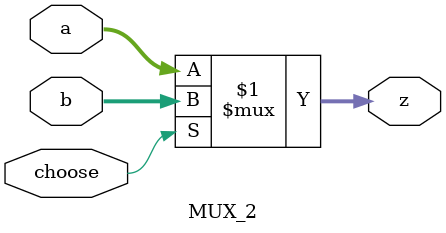
<source format=v>
`timescale 1ns / 1ps


module MUX_2(
    input [31:0]a,
    input [31:0]b,
    input choose,
    output [31:0]z
    );
    assign z= choose ? b : a;
endmodule

</source>
